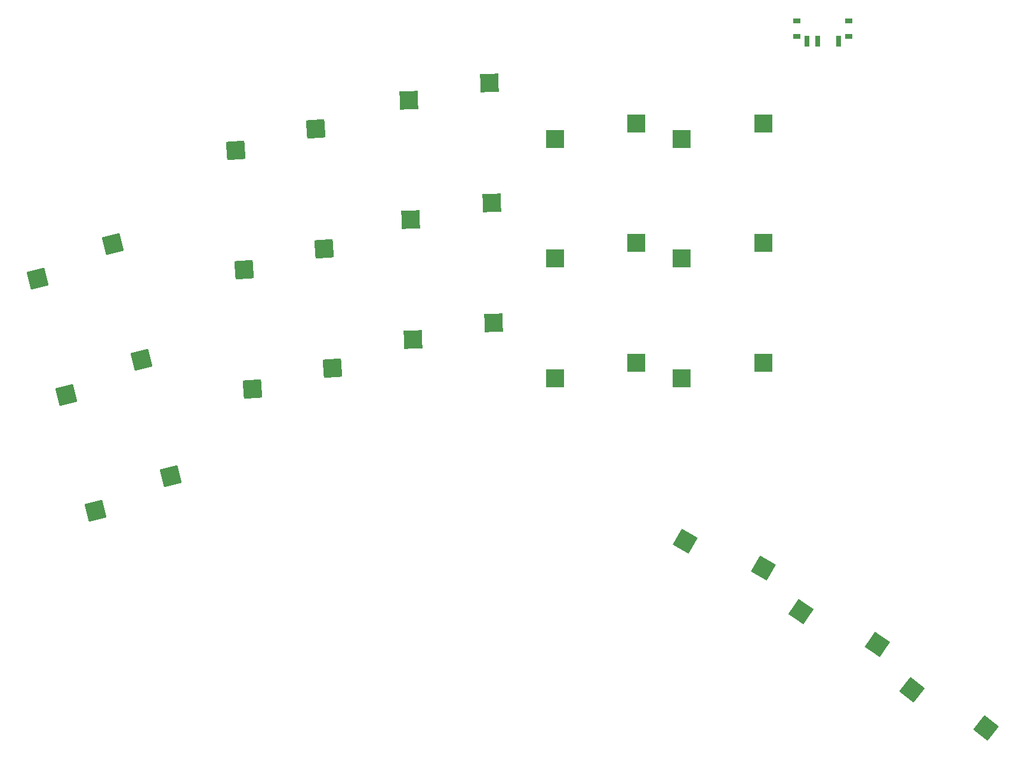
<source format=gbr>
%TF.GenerationSoftware,KiCad,Pcbnew,(6.0.5)*%
%TF.CreationDate,2022-05-07T22:58:46-04:00*%
%TF.ProjectId,main,6d61696e-2e6b-4696-9361-645f70636258,VERSION_HERE*%
%TF.SameCoordinates,Original*%
%TF.FileFunction,Paste,Top*%
%TF.FilePolarity,Positive*%
%FSLAX46Y46*%
G04 Gerber Fmt 4.6, Leading zero omitted, Abs format (unit mm)*
G04 Created by KiCad (PCBNEW (6.0.5)) date 2022-05-07 22:58:46*
%MOMM*%
%LPD*%
G01*
G04 APERTURE LIST*
G04 Aperture macros list*
%AMRotRect*
0 Rectangle, with rotation*
0 The origin of the aperture is its center*
0 $1 length*
0 $2 width*
0 $3 Rotation angle, in degrees counterclockwise*
0 Add horizontal line*
21,1,$1,$2,0,0,$3*%
G04 Aperture macros list end*
%ADD10R,1.000000X0.800000*%
%ADD11R,0.700000X1.500000*%
%ADD12RotRect,2.600000X2.600000X322.000000*%
%ADD13RotRect,2.600000X2.600000X326.000000*%
%ADD14RotRect,2.600000X2.600000X4.000000*%
%ADD15RotRect,2.600000X2.600000X1.000000*%
%ADD16RotRect,2.600000X2.600000X330.000000*%
%ADD17RotRect,2.600000X2.600000X14.000000*%
%ADD18R,2.600000X2.600000*%
G04 APERTURE END LIST*
D10*
%TO.C,*%
X255639967Y-99534967D03*
X248339967Y-99534967D03*
X248339967Y-101744967D03*
X255639967Y-101744967D03*
D11*
X254239967Y-102394967D03*
X251239967Y-102394967D03*
X249739967Y-102394967D03*
%TD*%
D12*
%TO.C,S35*%
X275130892Y-199887322D03*
X264674913Y-194510056D03*
%TD*%
D13*
%TO.C,S33*%
X259736746Y-188004575D03*
X248931137Y-183369780D03*
%TD*%
D14*
%TO.C,S11*%
X180058392Y-114907826D03*
X168689992Y-117908155D03*
%TD*%
D15*
%TO.C,S15*%
X205047300Y-125393082D03*
X193537455Y-127794322D03*
%TD*%
D16*
%TO.C,S31*%
X243551200Y-177224616D03*
X232448607Y-173354872D03*
%TD*%
D14*
%TO.C,S9*%
X181244252Y-131866415D03*
X169875852Y-134866744D03*
%TD*%
D17*
%TO.C,S1*%
X159478250Y-164174413D03*
X148803563Y-169103262D03*
%TD*%
%TO.C,S5*%
X151252905Y-131184358D03*
X140578218Y-136113207D03*
%TD*%
D18*
%TO.C,S27*%
X243550000Y-131096781D03*
X232000000Y-133296781D03*
%TD*%
D15*
%TO.C,S13*%
X205343991Y-142390493D03*
X193834146Y-144791733D03*
%TD*%
D17*
%TO.C,S3*%
X155365578Y-147679386D03*
X144690891Y-152608235D03*
%TD*%
D14*
%TO.C,S7*%
X182430112Y-148825003D03*
X171061712Y-151825332D03*
%TD*%
D18*
%TO.C,S29*%
X243550000Y-114096781D03*
X232000000Y-116296781D03*
%TD*%
D15*
%TO.C,S17*%
X204750609Y-108395672D03*
X193240764Y-110796912D03*
%TD*%
D18*
%TO.C,S25*%
X243550000Y-148096781D03*
X232000000Y-150296781D03*
%TD*%
%TO.C,S19*%
X225550000Y-148096781D03*
X214000000Y-150296781D03*
%TD*%
%TO.C,S21*%
X225550000Y-131096781D03*
X214000000Y-133296781D03*
%TD*%
%TO.C,S23*%
X225550000Y-114096781D03*
X214000000Y-116296781D03*
%TD*%
M02*

</source>
